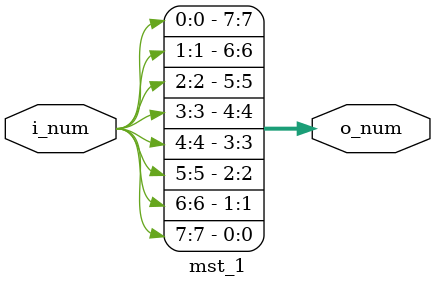
<source format=v>
module mst_1(
    input  [7 : 0] i_num,
    output [7 : 0] o_num
);

    assign o_num[7] = i_num[0];
    assign o_num[6] = i_num[1];
    assign o_num[5] = i_num[2];
    assign o_num[4] = i_num[3];
    assign o_num[3] = i_num[4];
    assign o_num[2] = i_num[5];
    assign o_num[1] = i_num[6];
    assign o_num[0] = i_num[7];

endmodule

</source>
